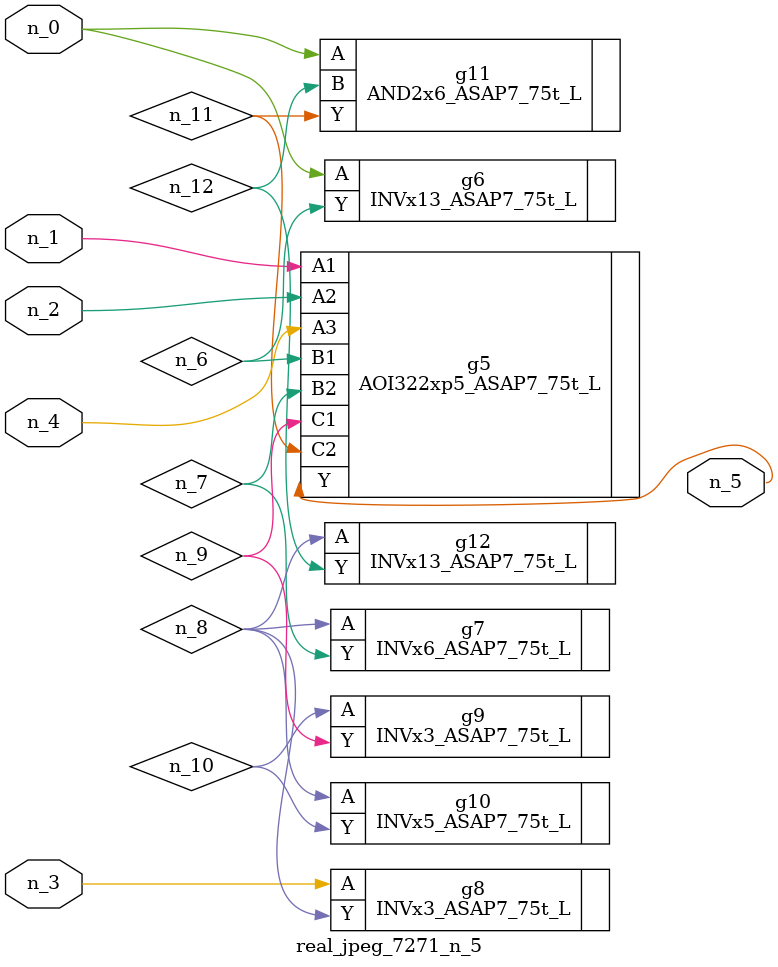
<source format=v>
module real_jpeg_7271_n_5 (n_4, n_0, n_1, n_2, n_3, n_5);

input n_4;
input n_0;
input n_1;
input n_2;
input n_3;

output n_5;

wire n_12;
wire n_8;
wire n_11;
wire n_6;
wire n_7;
wire n_10;
wire n_9;

INVx13_ASAP7_75t_L g6 ( 
.A(n_0),
.Y(n_6)
);

AND2x6_ASAP7_75t_L g11 ( 
.A(n_0),
.B(n_12),
.Y(n_11)
);

AOI322xp5_ASAP7_75t_L g5 ( 
.A1(n_1),
.A2(n_2),
.A3(n_4),
.B1(n_6),
.B2(n_7),
.C1(n_9),
.C2(n_11),
.Y(n_5)
);

INVx3_ASAP7_75t_L g8 ( 
.A(n_3),
.Y(n_8)
);

INVx6_ASAP7_75t_L g7 ( 
.A(n_8),
.Y(n_7)
);

INVx5_ASAP7_75t_L g10 ( 
.A(n_8),
.Y(n_10)
);

INVx13_ASAP7_75t_L g12 ( 
.A(n_8),
.Y(n_12)
);

INVx3_ASAP7_75t_L g9 ( 
.A(n_10),
.Y(n_9)
);


endmodule
</source>
